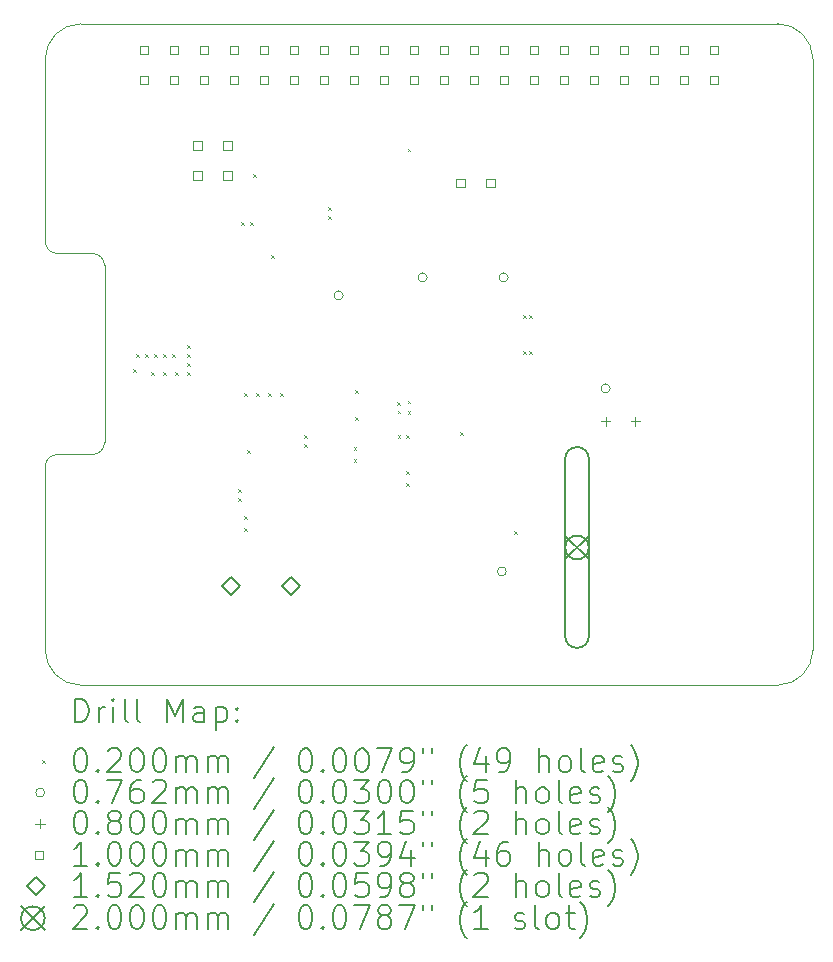
<source format=gbr>
%TF.GenerationSoftware,KiCad,Pcbnew,(6.0.9-0)*%
%TF.CreationDate,2023-03-20T13:15:32-04:00*%
%TF.ProjectId,LM5116-05,4c4d3531-3136-42d3-9035-2e6b69636164,rev?*%
%TF.SameCoordinates,Original*%
%TF.FileFunction,Drillmap*%
%TF.FilePolarity,Positive*%
%FSLAX45Y45*%
G04 Gerber Fmt 4.5, Leading zero omitted, Abs format (unit mm)*
G04 Created by KiCad (PCBNEW (6.0.9-0)) date 2023-03-20 13:15:32*
%MOMM*%
%LPD*%
G01*
G04 APERTURE LIST*
%ADD10C,0.100000*%
%ADD11C,0.200000*%
%ADD12C,0.020000*%
%ADD13C,0.076200*%
%ADD14C,0.080000*%
%ADD15C,0.152000*%
G04 APERTURE END LIST*
D10*
X7854950Y-7924800D02*
X7854636Y-6381761D01*
X7962888Y-8026202D02*
X8255000Y-8026400D01*
X8356600Y-8128000D02*
X8356600Y-9626600D01*
X8255000Y-9728200D02*
X7956550Y-9728200D01*
X7854950Y-9829800D02*
X7854636Y-11381761D01*
X14354635Y-11382285D02*
X14354636Y-6381761D01*
X14054636Y-11681756D02*
G75*
G03*
X14354635Y-11382285I4J299996D01*
G01*
X8154636Y-11681761D02*
X14054636Y-11681761D01*
X8356600Y-8128000D02*
G75*
G03*
X8255000Y-8026400I-101600J0D01*
G01*
X8154636Y-6081756D02*
G75*
G03*
X7854636Y-6381761I4J-300004D01*
G01*
X7956550Y-9728200D02*
G75*
G03*
X7854950Y-9829800I0J-101600D01*
G01*
X7854950Y-7924800D02*
G75*
G03*
X7962929Y-8026199I101600J0D01*
G01*
X14054636Y-6081761D02*
X8154636Y-6081761D01*
X7854639Y-11381761D02*
G75*
G03*
X8154636Y-11681761I300001J1D01*
G01*
X14354639Y-6381761D02*
G75*
G03*
X14054636Y-6081761I-299999J1D01*
G01*
X8255000Y-9728200D02*
G75*
G03*
X8356600Y-9626600I0J101600D01*
G01*
D11*
D12*
X8600600Y-9007000D02*
X8620600Y-9027000D01*
X8620600Y-9007000D02*
X8600600Y-9027000D01*
X8626000Y-8880000D02*
X8646000Y-8900000D01*
X8646000Y-8880000D02*
X8626000Y-8900000D01*
X8702200Y-8880000D02*
X8722200Y-8900000D01*
X8722200Y-8880000D02*
X8702200Y-8900000D01*
X8753000Y-9032400D02*
X8773000Y-9052400D01*
X8773000Y-9032400D02*
X8753000Y-9052400D01*
X8778400Y-8880000D02*
X8798400Y-8900000D01*
X8798400Y-8880000D02*
X8778400Y-8900000D01*
X8854600Y-8880000D02*
X8874600Y-8900000D01*
X8874600Y-8880000D02*
X8854600Y-8900000D01*
X8854600Y-9032400D02*
X8874600Y-9052400D01*
X8874600Y-9032400D02*
X8854600Y-9052400D01*
X8930800Y-8880000D02*
X8950800Y-8900000D01*
X8950800Y-8880000D02*
X8930800Y-8900000D01*
X8956200Y-9032400D02*
X8976200Y-9052400D01*
X8976200Y-9032400D02*
X8956200Y-9052400D01*
X9057800Y-8803800D02*
X9077800Y-8823800D01*
X9077800Y-8803800D02*
X9057800Y-8823800D01*
X9057800Y-8880000D02*
X9077800Y-8900000D01*
X9077800Y-8880000D02*
X9057800Y-8900000D01*
X9057800Y-8956200D02*
X9077800Y-8976200D01*
X9077800Y-8956200D02*
X9057800Y-8976200D01*
X9057800Y-9032400D02*
X9077800Y-9052400D01*
X9077800Y-9032400D02*
X9057800Y-9052400D01*
X9489600Y-10023000D02*
X9509600Y-10043000D01*
X9509600Y-10023000D02*
X9489600Y-10043000D01*
X9489600Y-10099200D02*
X9509600Y-10119200D01*
X9509600Y-10099200D02*
X9489600Y-10119200D01*
X9515000Y-7762400D02*
X9535000Y-7782400D01*
X9535000Y-7762400D02*
X9515000Y-7782400D01*
X9540400Y-9210200D02*
X9560400Y-9230200D01*
X9560400Y-9210200D02*
X9540400Y-9230200D01*
X9540400Y-10251600D02*
X9560400Y-10271600D01*
X9560400Y-10251600D02*
X9540400Y-10271600D01*
X9540400Y-10353200D02*
X9560400Y-10373200D01*
X9560400Y-10353200D02*
X9540400Y-10373200D01*
X9565800Y-9692800D02*
X9585800Y-9712800D01*
X9585800Y-9692800D02*
X9565800Y-9712800D01*
X9591200Y-7762400D02*
X9611200Y-7782400D01*
X9611200Y-7762400D02*
X9591200Y-7782400D01*
X9616600Y-7356000D02*
X9636600Y-7376000D01*
X9636600Y-7356000D02*
X9616600Y-7376000D01*
X9642000Y-9210200D02*
X9662000Y-9230200D01*
X9662000Y-9210200D02*
X9642000Y-9230200D01*
X9743600Y-9210200D02*
X9763600Y-9230200D01*
X9763600Y-9210200D02*
X9743600Y-9230200D01*
X9769000Y-8041800D02*
X9789000Y-8061800D01*
X9789000Y-8041800D02*
X9769000Y-8061800D01*
X9845200Y-9210200D02*
X9865200Y-9230200D01*
X9865200Y-9210200D02*
X9845200Y-9230200D01*
X10048400Y-9565800D02*
X10068400Y-9585800D01*
X10068400Y-9565800D02*
X10048400Y-9585800D01*
X10048400Y-9642000D02*
X10068400Y-9662000D01*
X10068400Y-9642000D02*
X10048400Y-9662000D01*
X10251600Y-7635400D02*
X10271600Y-7655400D01*
X10271600Y-7635400D02*
X10251600Y-7655400D01*
X10251600Y-7711600D02*
X10271600Y-7731600D01*
X10271600Y-7711600D02*
X10251600Y-7731600D01*
X10467900Y-9667400D02*
X10487900Y-9687400D01*
X10487900Y-9667400D02*
X10467900Y-9687400D01*
X10467900Y-9769000D02*
X10487900Y-9789000D01*
X10487900Y-9769000D02*
X10467900Y-9789000D01*
X10480200Y-9184800D02*
X10500200Y-9204800D01*
X10500200Y-9184800D02*
X10480200Y-9204800D01*
X10480200Y-9413400D02*
X10500200Y-9433400D01*
X10500200Y-9413400D02*
X10480200Y-9433400D01*
X10835800Y-9286400D02*
X10855800Y-9306400D01*
X10855800Y-9286400D02*
X10835800Y-9306400D01*
X10842350Y-9356050D02*
X10862350Y-9376050D01*
X10862350Y-9356050D02*
X10842350Y-9376050D01*
X10842350Y-9565800D02*
X10862350Y-9585800D01*
X10862350Y-9565800D02*
X10842350Y-9585800D01*
X10912000Y-9565800D02*
X10932000Y-9585800D01*
X10932000Y-9565800D02*
X10912000Y-9585800D01*
X10912000Y-9870600D02*
X10932000Y-9890600D01*
X10932000Y-9870600D02*
X10912000Y-9890600D01*
X10912000Y-9972200D02*
X10932000Y-9992200D01*
X10932000Y-9972200D02*
X10912000Y-9992200D01*
X10924700Y-7140100D02*
X10944700Y-7160100D01*
X10944700Y-7140100D02*
X10924700Y-7160100D01*
X10925100Y-9274100D02*
X10945100Y-9294100D01*
X10945100Y-9274100D02*
X10925100Y-9294100D01*
X10925100Y-9362600D02*
X10945100Y-9382600D01*
X10945100Y-9362600D02*
X10925100Y-9382600D01*
X11369200Y-9540400D02*
X11389200Y-9560400D01*
X11389200Y-9540400D02*
X11369200Y-9560400D01*
X11826400Y-10378600D02*
X11846400Y-10398600D01*
X11846400Y-10378600D02*
X11826400Y-10398600D01*
X11902600Y-8549800D02*
X11922600Y-8569800D01*
X11922600Y-8549800D02*
X11902600Y-8569800D01*
X11902600Y-8854600D02*
X11922600Y-8874600D01*
X11922600Y-8854600D02*
X11902600Y-8874600D01*
X11953400Y-8549800D02*
X11973400Y-8569800D01*
X11973400Y-8549800D02*
X11953400Y-8569800D01*
X11953400Y-8854600D02*
X11973400Y-8874600D01*
X11973400Y-8854600D02*
X11953400Y-8874600D01*
D13*
X10375900Y-8382000D02*
G75*
G03*
X10375900Y-8382000I-38100J0D01*
G01*
X11087100Y-8229600D02*
G75*
G03*
X11087100Y-8229600I-38100J0D01*
G01*
X11758300Y-10718800D02*
G75*
G03*
X11758300Y-10718800I-38100J0D01*
G01*
X11772900Y-8229600D02*
G75*
G03*
X11772900Y-8229600I-38100J0D01*
G01*
X12636500Y-9169400D02*
G75*
G03*
X12636500Y-9169400I-38100J0D01*
G01*
D14*
X12600400Y-9408800D02*
X12600400Y-9488800D01*
X12560400Y-9448800D02*
X12640400Y-9448800D01*
X12850400Y-9408800D02*
X12850400Y-9488800D01*
X12810400Y-9448800D02*
X12890400Y-9448800D01*
D10*
X8727356Y-6340356D02*
X8727356Y-6269644D01*
X8656644Y-6269644D01*
X8656644Y-6340356D01*
X8727356Y-6340356D01*
X8727356Y-6594356D02*
X8727356Y-6523644D01*
X8656644Y-6523644D01*
X8656644Y-6594356D01*
X8727356Y-6594356D01*
X8981356Y-6340356D02*
X8981356Y-6269644D01*
X8910644Y-6269644D01*
X8910644Y-6340356D01*
X8981356Y-6340356D01*
X8981356Y-6594356D02*
X8981356Y-6523644D01*
X8910644Y-6523644D01*
X8910644Y-6594356D01*
X8981356Y-6594356D01*
X9179356Y-7147356D02*
X9179356Y-7076644D01*
X9108644Y-7076644D01*
X9108644Y-7147356D01*
X9179356Y-7147356D01*
X9179356Y-7401356D02*
X9179356Y-7330644D01*
X9108644Y-7330644D01*
X9108644Y-7401356D01*
X9179356Y-7401356D01*
X9235356Y-6340356D02*
X9235356Y-6269644D01*
X9164644Y-6269644D01*
X9164644Y-6340356D01*
X9235356Y-6340356D01*
X9235356Y-6594356D02*
X9235356Y-6523644D01*
X9164644Y-6523644D01*
X9164644Y-6594356D01*
X9235356Y-6594356D01*
X9433356Y-7147356D02*
X9433356Y-7076644D01*
X9362644Y-7076644D01*
X9362644Y-7147356D01*
X9433356Y-7147356D01*
X9433356Y-7401356D02*
X9433356Y-7330644D01*
X9362644Y-7330644D01*
X9362644Y-7401356D01*
X9433356Y-7401356D01*
X9489356Y-6340356D02*
X9489356Y-6269644D01*
X9418644Y-6269644D01*
X9418644Y-6340356D01*
X9489356Y-6340356D01*
X9489356Y-6594356D02*
X9489356Y-6523644D01*
X9418644Y-6523644D01*
X9418644Y-6594356D01*
X9489356Y-6594356D01*
X9743356Y-6340356D02*
X9743356Y-6269644D01*
X9672644Y-6269644D01*
X9672644Y-6340356D01*
X9743356Y-6340356D01*
X9743356Y-6594356D02*
X9743356Y-6523644D01*
X9672644Y-6523644D01*
X9672644Y-6594356D01*
X9743356Y-6594356D01*
X9997356Y-6340356D02*
X9997356Y-6269644D01*
X9926644Y-6269644D01*
X9926644Y-6340356D01*
X9997356Y-6340356D01*
X9997356Y-6594356D02*
X9997356Y-6523644D01*
X9926644Y-6523644D01*
X9926644Y-6594356D01*
X9997356Y-6594356D01*
X10251356Y-6340356D02*
X10251356Y-6269644D01*
X10180644Y-6269644D01*
X10180644Y-6340356D01*
X10251356Y-6340356D01*
X10251356Y-6594356D02*
X10251356Y-6523644D01*
X10180644Y-6523644D01*
X10180644Y-6594356D01*
X10251356Y-6594356D01*
X10505356Y-6340356D02*
X10505356Y-6269644D01*
X10434644Y-6269644D01*
X10434644Y-6340356D01*
X10505356Y-6340356D01*
X10505356Y-6594356D02*
X10505356Y-6523644D01*
X10434644Y-6523644D01*
X10434644Y-6594356D01*
X10505356Y-6594356D01*
X10759356Y-6340356D02*
X10759356Y-6269644D01*
X10688644Y-6269644D01*
X10688644Y-6340356D01*
X10759356Y-6340356D01*
X10759356Y-6594356D02*
X10759356Y-6523644D01*
X10688644Y-6523644D01*
X10688644Y-6594356D01*
X10759356Y-6594356D01*
X11013356Y-6340356D02*
X11013356Y-6269644D01*
X10942644Y-6269644D01*
X10942644Y-6340356D01*
X11013356Y-6340356D01*
X11013356Y-6594356D02*
X11013356Y-6523644D01*
X10942644Y-6523644D01*
X10942644Y-6594356D01*
X11013356Y-6594356D01*
X11267356Y-6340356D02*
X11267356Y-6269644D01*
X11196644Y-6269644D01*
X11196644Y-6340356D01*
X11267356Y-6340356D01*
X11267356Y-6594356D02*
X11267356Y-6523644D01*
X11196644Y-6523644D01*
X11196644Y-6594356D01*
X11267356Y-6594356D01*
X11405356Y-7464856D02*
X11405356Y-7394144D01*
X11334644Y-7394144D01*
X11334644Y-7464856D01*
X11405356Y-7464856D01*
X11521356Y-6340356D02*
X11521356Y-6269644D01*
X11450644Y-6269644D01*
X11450644Y-6340356D01*
X11521356Y-6340356D01*
X11521356Y-6594356D02*
X11521356Y-6523644D01*
X11450644Y-6523644D01*
X11450644Y-6594356D01*
X11521356Y-6594356D01*
X11659356Y-7464856D02*
X11659356Y-7394144D01*
X11588644Y-7394144D01*
X11588644Y-7464856D01*
X11659356Y-7464856D01*
X11775356Y-6340356D02*
X11775356Y-6269644D01*
X11704644Y-6269644D01*
X11704644Y-6340356D01*
X11775356Y-6340356D01*
X11775356Y-6594356D02*
X11775356Y-6523644D01*
X11704644Y-6523644D01*
X11704644Y-6594356D01*
X11775356Y-6594356D01*
X12029356Y-6340356D02*
X12029356Y-6269644D01*
X11958644Y-6269644D01*
X11958644Y-6340356D01*
X12029356Y-6340356D01*
X12029356Y-6594356D02*
X12029356Y-6523644D01*
X11958644Y-6523644D01*
X11958644Y-6594356D01*
X12029356Y-6594356D01*
X12283356Y-6340356D02*
X12283356Y-6269644D01*
X12212644Y-6269644D01*
X12212644Y-6340356D01*
X12283356Y-6340356D01*
X12283356Y-6594356D02*
X12283356Y-6523644D01*
X12212644Y-6523644D01*
X12212644Y-6594356D01*
X12283356Y-6594356D01*
X12537356Y-6340356D02*
X12537356Y-6269644D01*
X12466644Y-6269644D01*
X12466644Y-6340356D01*
X12537356Y-6340356D01*
X12537356Y-6594356D02*
X12537356Y-6523644D01*
X12466644Y-6523644D01*
X12466644Y-6594356D01*
X12537356Y-6594356D01*
X12791356Y-6340356D02*
X12791356Y-6269644D01*
X12720644Y-6269644D01*
X12720644Y-6340356D01*
X12791356Y-6340356D01*
X12791356Y-6594356D02*
X12791356Y-6523644D01*
X12720644Y-6523644D01*
X12720644Y-6594356D01*
X12791356Y-6594356D01*
X13045356Y-6340356D02*
X13045356Y-6269644D01*
X12974644Y-6269644D01*
X12974644Y-6340356D01*
X13045356Y-6340356D01*
X13045356Y-6594356D02*
X13045356Y-6523644D01*
X12974644Y-6523644D01*
X12974644Y-6594356D01*
X13045356Y-6594356D01*
X13299356Y-6340356D02*
X13299356Y-6269644D01*
X13228644Y-6269644D01*
X13228644Y-6340356D01*
X13299356Y-6340356D01*
X13299356Y-6594356D02*
X13299356Y-6523644D01*
X13228644Y-6523644D01*
X13228644Y-6594356D01*
X13299356Y-6594356D01*
X13553356Y-6340356D02*
X13553356Y-6269644D01*
X13482644Y-6269644D01*
X13482644Y-6340356D01*
X13553356Y-6340356D01*
X13553356Y-6594356D02*
X13553356Y-6523644D01*
X13482644Y-6523644D01*
X13482644Y-6594356D01*
X13553356Y-6594356D01*
D15*
X9423400Y-10921800D02*
X9499400Y-10845800D01*
X9423400Y-10769800D01*
X9347400Y-10845800D01*
X9423400Y-10921800D01*
X9931400Y-10921800D02*
X10007400Y-10845800D01*
X9931400Y-10769800D01*
X9855400Y-10845800D01*
X9931400Y-10921800D01*
D11*
X12257100Y-10415600D02*
X12457100Y-10615600D01*
X12457100Y-10415600D02*
X12257100Y-10615600D01*
X12457100Y-10515600D02*
G75*
G03*
X12457100Y-10515600I-100000J0D01*
G01*
X12257100Y-9765600D02*
X12257100Y-11265600D01*
X12457100Y-9765600D02*
X12457100Y-11265600D01*
X12257100Y-11265600D02*
G75*
G03*
X12457100Y-11265600I100000J0D01*
G01*
X12457100Y-9765600D02*
G75*
G03*
X12257100Y-9765600I-100000J0D01*
G01*
X8107255Y-11997237D02*
X8107255Y-11797237D01*
X8154874Y-11797237D01*
X8183445Y-11806761D01*
X8202493Y-11825809D01*
X8212016Y-11844856D01*
X8221540Y-11882951D01*
X8221540Y-11911523D01*
X8212016Y-11949618D01*
X8202493Y-11968666D01*
X8183445Y-11987713D01*
X8154874Y-11997237D01*
X8107255Y-11997237D01*
X8307255Y-11997237D02*
X8307255Y-11863904D01*
X8307255Y-11901999D02*
X8316778Y-11882951D01*
X8326302Y-11873428D01*
X8345350Y-11863904D01*
X8364397Y-11863904D01*
X8431064Y-11997237D02*
X8431064Y-11863904D01*
X8431064Y-11797237D02*
X8421540Y-11806761D01*
X8431064Y-11816285D01*
X8440588Y-11806761D01*
X8431064Y-11797237D01*
X8431064Y-11816285D01*
X8554874Y-11997237D02*
X8535826Y-11987713D01*
X8526302Y-11968666D01*
X8526302Y-11797237D01*
X8659636Y-11997237D02*
X8640588Y-11987713D01*
X8631064Y-11968666D01*
X8631064Y-11797237D01*
X8888207Y-11997237D02*
X8888207Y-11797237D01*
X8954874Y-11940094D01*
X9021540Y-11797237D01*
X9021540Y-11997237D01*
X9202493Y-11997237D02*
X9202493Y-11892475D01*
X9192969Y-11873428D01*
X9173921Y-11863904D01*
X9135826Y-11863904D01*
X9116778Y-11873428D01*
X9202493Y-11987713D02*
X9183445Y-11997237D01*
X9135826Y-11997237D01*
X9116778Y-11987713D01*
X9107255Y-11968666D01*
X9107255Y-11949618D01*
X9116778Y-11930571D01*
X9135826Y-11921047D01*
X9183445Y-11921047D01*
X9202493Y-11911523D01*
X9297731Y-11863904D02*
X9297731Y-12063904D01*
X9297731Y-11873428D02*
X9316778Y-11863904D01*
X9354874Y-11863904D01*
X9373921Y-11873428D01*
X9383445Y-11882951D01*
X9392969Y-11901999D01*
X9392969Y-11959142D01*
X9383445Y-11978190D01*
X9373921Y-11987713D01*
X9354874Y-11997237D01*
X9316778Y-11997237D01*
X9297731Y-11987713D01*
X9478683Y-11978190D02*
X9488207Y-11987713D01*
X9478683Y-11997237D01*
X9469159Y-11987713D01*
X9478683Y-11978190D01*
X9478683Y-11997237D01*
X9478683Y-11873428D02*
X9488207Y-11882951D01*
X9478683Y-11892475D01*
X9469159Y-11882951D01*
X9478683Y-11873428D01*
X9478683Y-11892475D01*
D12*
X7829636Y-12316761D02*
X7849636Y-12336761D01*
X7849636Y-12316761D02*
X7829636Y-12336761D01*
D11*
X8145350Y-12217237D02*
X8164397Y-12217237D01*
X8183445Y-12226761D01*
X8192969Y-12236285D01*
X8202493Y-12255332D01*
X8212016Y-12293428D01*
X8212016Y-12341047D01*
X8202493Y-12379142D01*
X8192969Y-12398190D01*
X8183445Y-12407713D01*
X8164397Y-12417237D01*
X8145350Y-12417237D01*
X8126302Y-12407713D01*
X8116778Y-12398190D01*
X8107255Y-12379142D01*
X8097731Y-12341047D01*
X8097731Y-12293428D01*
X8107255Y-12255332D01*
X8116778Y-12236285D01*
X8126302Y-12226761D01*
X8145350Y-12217237D01*
X8297731Y-12398190D02*
X8307255Y-12407713D01*
X8297731Y-12417237D01*
X8288207Y-12407713D01*
X8297731Y-12398190D01*
X8297731Y-12417237D01*
X8383445Y-12236285D02*
X8392969Y-12226761D01*
X8412017Y-12217237D01*
X8459636Y-12217237D01*
X8478683Y-12226761D01*
X8488207Y-12236285D01*
X8497731Y-12255332D01*
X8497731Y-12274380D01*
X8488207Y-12302951D01*
X8373921Y-12417237D01*
X8497731Y-12417237D01*
X8621540Y-12217237D02*
X8640588Y-12217237D01*
X8659636Y-12226761D01*
X8669159Y-12236285D01*
X8678683Y-12255332D01*
X8688207Y-12293428D01*
X8688207Y-12341047D01*
X8678683Y-12379142D01*
X8669159Y-12398190D01*
X8659636Y-12407713D01*
X8640588Y-12417237D01*
X8621540Y-12417237D01*
X8602493Y-12407713D01*
X8592969Y-12398190D01*
X8583445Y-12379142D01*
X8573921Y-12341047D01*
X8573921Y-12293428D01*
X8583445Y-12255332D01*
X8592969Y-12236285D01*
X8602493Y-12226761D01*
X8621540Y-12217237D01*
X8812017Y-12217237D02*
X8831064Y-12217237D01*
X8850112Y-12226761D01*
X8859636Y-12236285D01*
X8869159Y-12255332D01*
X8878683Y-12293428D01*
X8878683Y-12341047D01*
X8869159Y-12379142D01*
X8859636Y-12398190D01*
X8850112Y-12407713D01*
X8831064Y-12417237D01*
X8812017Y-12417237D01*
X8792969Y-12407713D01*
X8783445Y-12398190D01*
X8773921Y-12379142D01*
X8764398Y-12341047D01*
X8764398Y-12293428D01*
X8773921Y-12255332D01*
X8783445Y-12236285D01*
X8792969Y-12226761D01*
X8812017Y-12217237D01*
X8964398Y-12417237D02*
X8964398Y-12283904D01*
X8964398Y-12302951D02*
X8973921Y-12293428D01*
X8992969Y-12283904D01*
X9021540Y-12283904D01*
X9040588Y-12293428D01*
X9050112Y-12312475D01*
X9050112Y-12417237D01*
X9050112Y-12312475D02*
X9059636Y-12293428D01*
X9078683Y-12283904D01*
X9107255Y-12283904D01*
X9126302Y-12293428D01*
X9135826Y-12312475D01*
X9135826Y-12417237D01*
X9231064Y-12417237D02*
X9231064Y-12283904D01*
X9231064Y-12302951D02*
X9240588Y-12293428D01*
X9259636Y-12283904D01*
X9288207Y-12283904D01*
X9307255Y-12293428D01*
X9316778Y-12312475D01*
X9316778Y-12417237D01*
X9316778Y-12312475D02*
X9326302Y-12293428D01*
X9345350Y-12283904D01*
X9373921Y-12283904D01*
X9392969Y-12293428D01*
X9402493Y-12312475D01*
X9402493Y-12417237D01*
X9792969Y-12207713D02*
X9621540Y-12464856D01*
X10050112Y-12217237D02*
X10069159Y-12217237D01*
X10088207Y-12226761D01*
X10097731Y-12236285D01*
X10107255Y-12255332D01*
X10116778Y-12293428D01*
X10116778Y-12341047D01*
X10107255Y-12379142D01*
X10097731Y-12398190D01*
X10088207Y-12407713D01*
X10069159Y-12417237D01*
X10050112Y-12417237D01*
X10031064Y-12407713D01*
X10021540Y-12398190D01*
X10012017Y-12379142D01*
X10002493Y-12341047D01*
X10002493Y-12293428D01*
X10012017Y-12255332D01*
X10021540Y-12236285D01*
X10031064Y-12226761D01*
X10050112Y-12217237D01*
X10202493Y-12398190D02*
X10212017Y-12407713D01*
X10202493Y-12417237D01*
X10192969Y-12407713D01*
X10202493Y-12398190D01*
X10202493Y-12417237D01*
X10335826Y-12217237D02*
X10354874Y-12217237D01*
X10373921Y-12226761D01*
X10383445Y-12236285D01*
X10392969Y-12255332D01*
X10402493Y-12293428D01*
X10402493Y-12341047D01*
X10392969Y-12379142D01*
X10383445Y-12398190D01*
X10373921Y-12407713D01*
X10354874Y-12417237D01*
X10335826Y-12417237D01*
X10316778Y-12407713D01*
X10307255Y-12398190D01*
X10297731Y-12379142D01*
X10288207Y-12341047D01*
X10288207Y-12293428D01*
X10297731Y-12255332D01*
X10307255Y-12236285D01*
X10316778Y-12226761D01*
X10335826Y-12217237D01*
X10526302Y-12217237D02*
X10545350Y-12217237D01*
X10564398Y-12226761D01*
X10573921Y-12236285D01*
X10583445Y-12255332D01*
X10592969Y-12293428D01*
X10592969Y-12341047D01*
X10583445Y-12379142D01*
X10573921Y-12398190D01*
X10564398Y-12407713D01*
X10545350Y-12417237D01*
X10526302Y-12417237D01*
X10507255Y-12407713D01*
X10497731Y-12398190D01*
X10488207Y-12379142D01*
X10478683Y-12341047D01*
X10478683Y-12293428D01*
X10488207Y-12255332D01*
X10497731Y-12236285D01*
X10507255Y-12226761D01*
X10526302Y-12217237D01*
X10659636Y-12217237D02*
X10792969Y-12217237D01*
X10707255Y-12417237D01*
X10878683Y-12417237D02*
X10916778Y-12417237D01*
X10935826Y-12407713D01*
X10945350Y-12398190D01*
X10964398Y-12369618D01*
X10973921Y-12331523D01*
X10973921Y-12255332D01*
X10964398Y-12236285D01*
X10954874Y-12226761D01*
X10935826Y-12217237D01*
X10897731Y-12217237D01*
X10878683Y-12226761D01*
X10869159Y-12236285D01*
X10859636Y-12255332D01*
X10859636Y-12302951D01*
X10869159Y-12321999D01*
X10878683Y-12331523D01*
X10897731Y-12341047D01*
X10935826Y-12341047D01*
X10954874Y-12331523D01*
X10964398Y-12321999D01*
X10973921Y-12302951D01*
X11050112Y-12217237D02*
X11050112Y-12255332D01*
X11126302Y-12217237D02*
X11126302Y-12255332D01*
X11421540Y-12493428D02*
X11412016Y-12483904D01*
X11392969Y-12455332D01*
X11383445Y-12436285D01*
X11373921Y-12407713D01*
X11364397Y-12360094D01*
X11364397Y-12321999D01*
X11373921Y-12274380D01*
X11383445Y-12245809D01*
X11392969Y-12226761D01*
X11412016Y-12198190D01*
X11421540Y-12188666D01*
X11583445Y-12283904D02*
X11583445Y-12417237D01*
X11535826Y-12207713D02*
X11488207Y-12350571D01*
X11612016Y-12350571D01*
X11697731Y-12417237D02*
X11735826Y-12417237D01*
X11754874Y-12407713D01*
X11764397Y-12398190D01*
X11783445Y-12369618D01*
X11792969Y-12331523D01*
X11792969Y-12255332D01*
X11783445Y-12236285D01*
X11773921Y-12226761D01*
X11754874Y-12217237D01*
X11716778Y-12217237D01*
X11697731Y-12226761D01*
X11688207Y-12236285D01*
X11678683Y-12255332D01*
X11678683Y-12302951D01*
X11688207Y-12321999D01*
X11697731Y-12331523D01*
X11716778Y-12341047D01*
X11754874Y-12341047D01*
X11773921Y-12331523D01*
X11783445Y-12321999D01*
X11792969Y-12302951D01*
X12031064Y-12417237D02*
X12031064Y-12217237D01*
X12116778Y-12417237D02*
X12116778Y-12312475D01*
X12107255Y-12293428D01*
X12088207Y-12283904D01*
X12059635Y-12283904D01*
X12040588Y-12293428D01*
X12031064Y-12302951D01*
X12240588Y-12417237D02*
X12221540Y-12407713D01*
X12212016Y-12398190D01*
X12202493Y-12379142D01*
X12202493Y-12321999D01*
X12212016Y-12302951D01*
X12221540Y-12293428D01*
X12240588Y-12283904D01*
X12269159Y-12283904D01*
X12288207Y-12293428D01*
X12297731Y-12302951D01*
X12307255Y-12321999D01*
X12307255Y-12379142D01*
X12297731Y-12398190D01*
X12288207Y-12407713D01*
X12269159Y-12417237D01*
X12240588Y-12417237D01*
X12421540Y-12417237D02*
X12402493Y-12407713D01*
X12392969Y-12388666D01*
X12392969Y-12217237D01*
X12573921Y-12407713D02*
X12554874Y-12417237D01*
X12516778Y-12417237D01*
X12497731Y-12407713D01*
X12488207Y-12388666D01*
X12488207Y-12312475D01*
X12497731Y-12293428D01*
X12516778Y-12283904D01*
X12554874Y-12283904D01*
X12573921Y-12293428D01*
X12583445Y-12312475D01*
X12583445Y-12331523D01*
X12488207Y-12350571D01*
X12659635Y-12407713D02*
X12678683Y-12417237D01*
X12716778Y-12417237D01*
X12735826Y-12407713D01*
X12745350Y-12388666D01*
X12745350Y-12379142D01*
X12735826Y-12360094D01*
X12716778Y-12350571D01*
X12688207Y-12350571D01*
X12669159Y-12341047D01*
X12659635Y-12321999D01*
X12659635Y-12312475D01*
X12669159Y-12293428D01*
X12688207Y-12283904D01*
X12716778Y-12283904D01*
X12735826Y-12293428D01*
X12812016Y-12493428D02*
X12821540Y-12483904D01*
X12840588Y-12455332D01*
X12850112Y-12436285D01*
X12859635Y-12407713D01*
X12869159Y-12360094D01*
X12869159Y-12321999D01*
X12859635Y-12274380D01*
X12850112Y-12245809D01*
X12840588Y-12226761D01*
X12821540Y-12198190D01*
X12812016Y-12188666D01*
D13*
X7849636Y-12590761D02*
G75*
G03*
X7849636Y-12590761I-38100J0D01*
G01*
D11*
X8145350Y-12481237D02*
X8164397Y-12481237D01*
X8183445Y-12490761D01*
X8192969Y-12500285D01*
X8202493Y-12519332D01*
X8212016Y-12557428D01*
X8212016Y-12605047D01*
X8202493Y-12643142D01*
X8192969Y-12662190D01*
X8183445Y-12671713D01*
X8164397Y-12681237D01*
X8145350Y-12681237D01*
X8126302Y-12671713D01*
X8116778Y-12662190D01*
X8107255Y-12643142D01*
X8097731Y-12605047D01*
X8097731Y-12557428D01*
X8107255Y-12519332D01*
X8116778Y-12500285D01*
X8126302Y-12490761D01*
X8145350Y-12481237D01*
X8297731Y-12662190D02*
X8307255Y-12671713D01*
X8297731Y-12681237D01*
X8288207Y-12671713D01*
X8297731Y-12662190D01*
X8297731Y-12681237D01*
X8373921Y-12481237D02*
X8507255Y-12481237D01*
X8421540Y-12681237D01*
X8669159Y-12481237D02*
X8631064Y-12481237D01*
X8612017Y-12490761D01*
X8602493Y-12500285D01*
X8583445Y-12528856D01*
X8573921Y-12566951D01*
X8573921Y-12643142D01*
X8583445Y-12662190D01*
X8592969Y-12671713D01*
X8612017Y-12681237D01*
X8650112Y-12681237D01*
X8669159Y-12671713D01*
X8678683Y-12662190D01*
X8688207Y-12643142D01*
X8688207Y-12595523D01*
X8678683Y-12576475D01*
X8669159Y-12566951D01*
X8650112Y-12557428D01*
X8612017Y-12557428D01*
X8592969Y-12566951D01*
X8583445Y-12576475D01*
X8573921Y-12595523D01*
X8764398Y-12500285D02*
X8773921Y-12490761D01*
X8792969Y-12481237D01*
X8840588Y-12481237D01*
X8859636Y-12490761D01*
X8869159Y-12500285D01*
X8878683Y-12519332D01*
X8878683Y-12538380D01*
X8869159Y-12566951D01*
X8754874Y-12681237D01*
X8878683Y-12681237D01*
X8964398Y-12681237D02*
X8964398Y-12547904D01*
X8964398Y-12566951D02*
X8973921Y-12557428D01*
X8992969Y-12547904D01*
X9021540Y-12547904D01*
X9040588Y-12557428D01*
X9050112Y-12576475D01*
X9050112Y-12681237D01*
X9050112Y-12576475D02*
X9059636Y-12557428D01*
X9078683Y-12547904D01*
X9107255Y-12547904D01*
X9126302Y-12557428D01*
X9135826Y-12576475D01*
X9135826Y-12681237D01*
X9231064Y-12681237D02*
X9231064Y-12547904D01*
X9231064Y-12566951D02*
X9240588Y-12557428D01*
X9259636Y-12547904D01*
X9288207Y-12547904D01*
X9307255Y-12557428D01*
X9316778Y-12576475D01*
X9316778Y-12681237D01*
X9316778Y-12576475D02*
X9326302Y-12557428D01*
X9345350Y-12547904D01*
X9373921Y-12547904D01*
X9392969Y-12557428D01*
X9402493Y-12576475D01*
X9402493Y-12681237D01*
X9792969Y-12471713D02*
X9621540Y-12728856D01*
X10050112Y-12481237D02*
X10069159Y-12481237D01*
X10088207Y-12490761D01*
X10097731Y-12500285D01*
X10107255Y-12519332D01*
X10116778Y-12557428D01*
X10116778Y-12605047D01*
X10107255Y-12643142D01*
X10097731Y-12662190D01*
X10088207Y-12671713D01*
X10069159Y-12681237D01*
X10050112Y-12681237D01*
X10031064Y-12671713D01*
X10021540Y-12662190D01*
X10012017Y-12643142D01*
X10002493Y-12605047D01*
X10002493Y-12557428D01*
X10012017Y-12519332D01*
X10021540Y-12500285D01*
X10031064Y-12490761D01*
X10050112Y-12481237D01*
X10202493Y-12662190D02*
X10212017Y-12671713D01*
X10202493Y-12681237D01*
X10192969Y-12671713D01*
X10202493Y-12662190D01*
X10202493Y-12681237D01*
X10335826Y-12481237D02*
X10354874Y-12481237D01*
X10373921Y-12490761D01*
X10383445Y-12500285D01*
X10392969Y-12519332D01*
X10402493Y-12557428D01*
X10402493Y-12605047D01*
X10392969Y-12643142D01*
X10383445Y-12662190D01*
X10373921Y-12671713D01*
X10354874Y-12681237D01*
X10335826Y-12681237D01*
X10316778Y-12671713D01*
X10307255Y-12662190D01*
X10297731Y-12643142D01*
X10288207Y-12605047D01*
X10288207Y-12557428D01*
X10297731Y-12519332D01*
X10307255Y-12500285D01*
X10316778Y-12490761D01*
X10335826Y-12481237D01*
X10469159Y-12481237D02*
X10592969Y-12481237D01*
X10526302Y-12557428D01*
X10554874Y-12557428D01*
X10573921Y-12566951D01*
X10583445Y-12576475D01*
X10592969Y-12595523D01*
X10592969Y-12643142D01*
X10583445Y-12662190D01*
X10573921Y-12671713D01*
X10554874Y-12681237D01*
X10497731Y-12681237D01*
X10478683Y-12671713D01*
X10469159Y-12662190D01*
X10716778Y-12481237D02*
X10735826Y-12481237D01*
X10754874Y-12490761D01*
X10764398Y-12500285D01*
X10773921Y-12519332D01*
X10783445Y-12557428D01*
X10783445Y-12605047D01*
X10773921Y-12643142D01*
X10764398Y-12662190D01*
X10754874Y-12671713D01*
X10735826Y-12681237D01*
X10716778Y-12681237D01*
X10697731Y-12671713D01*
X10688207Y-12662190D01*
X10678683Y-12643142D01*
X10669159Y-12605047D01*
X10669159Y-12557428D01*
X10678683Y-12519332D01*
X10688207Y-12500285D01*
X10697731Y-12490761D01*
X10716778Y-12481237D01*
X10907255Y-12481237D02*
X10926302Y-12481237D01*
X10945350Y-12490761D01*
X10954874Y-12500285D01*
X10964398Y-12519332D01*
X10973921Y-12557428D01*
X10973921Y-12605047D01*
X10964398Y-12643142D01*
X10954874Y-12662190D01*
X10945350Y-12671713D01*
X10926302Y-12681237D01*
X10907255Y-12681237D01*
X10888207Y-12671713D01*
X10878683Y-12662190D01*
X10869159Y-12643142D01*
X10859636Y-12605047D01*
X10859636Y-12557428D01*
X10869159Y-12519332D01*
X10878683Y-12500285D01*
X10888207Y-12490761D01*
X10907255Y-12481237D01*
X11050112Y-12481237D02*
X11050112Y-12519332D01*
X11126302Y-12481237D02*
X11126302Y-12519332D01*
X11421540Y-12757428D02*
X11412016Y-12747904D01*
X11392969Y-12719332D01*
X11383445Y-12700285D01*
X11373921Y-12671713D01*
X11364397Y-12624094D01*
X11364397Y-12585999D01*
X11373921Y-12538380D01*
X11383445Y-12509809D01*
X11392969Y-12490761D01*
X11412016Y-12462190D01*
X11421540Y-12452666D01*
X11592969Y-12481237D02*
X11497731Y-12481237D01*
X11488207Y-12576475D01*
X11497731Y-12566951D01*
X11516778Y-12557428D01*
X11564397Y-12557428D01*
X11583445Y-12566951D01*
X11592969Y-12576475D01*
X11602493Y-12595523D01*
X11602493Y-12643142D01*
X11592969Y-12662190D01*
X11583445Y-12671713D01*
X11564397Y-12681237D01*
X11516778Y-12681237D01*
X11497731Y-12671713D01*
X11488207Y-12662190D01*
X11840588Y-12681237D02*
X11840588Y-12481237D01*
X11926302Y-12681237D02*
X11926302Y-12576475D01*
X11916778Y-12557428D01*
X11897731Y-12547904D01*
X11869159Y-12547904D01*
X11850112Y-12557428D01*
X11840588Y-12566951D01*
X12050112Y-12681237D02*
X12031064Y-12671713D01*
X12021540Y-12662190D01*
X12012016Y-12643142D01*
X12012016Y-12585999D01*
X12021540Y-12566951D01*
X12031064Y-12557428D01*
X12050112Y-12547904D01*
X12078683Y-12547904D01*
X12097731Y-12557428D01*
X12107255Y-12566951D01*
X12116778Y-12585999D01*
X12116778Y-12643142D01*
X12107255Y-12662190D01*
X12097731Y-12671713D01*
X12078683Y-12681237D01*
X12050112Y-12681237D01*
X12231064Y-12681237D02*
X12212016Y-12671713D01*
X12202493Y-12652666D01*
X12202493Y-12481237D01*
X12383445Y-12671713D02*
X12364397Y-12681237D01*
X12326302Y-12681237D01*
X12307255Y-12671713D01*
X12297731Y-12652666D01*
X12297731Y-12576475D01*
X12307255Y-12557428D01*
X12326302Y-12547904D01*
X12364397Y-12547904D01*
X12383445Y-12557428D01*
X12392969Y-12576475D01*
X12392969Y-12595523D01*
X12297731Y-12614571D01*
X12469159Y-12671713D02*
X12488207Y-12681237D01*
X12526302Y-12681237D01*
X12545350Y-12671713D01*
X12554874Y-12652666D01*
X12554874Y-12643142D01*
X12545350Y-12624094D01*
X12526302Y-12614571D01*
X12497731Y-12614571D01*
X12478683Y-12605047D01*
X12469159Y-12585999D01*
X12469159Y-12576475D01*
X12478683Y-12557428D01*
X12497731Y-12547904D01*
X12526302Y-12547904D01*
X12545350Y-12557428D01*
X12621540Y-12757428D02*
X12631064Y-12747904D01*
X12650112Y-12719332D01*
X12659635Y-12700285D01*
X12669159Y-12671713D01*
X12678683Y-12624094D01*
X12678683Y-12585999D01*
X12669159Y-12538380D01*
X12659635Y-12509809D01*
X12650112Y-12490761D01*
X12631064Y-12462190D01*
X12621540Y-12452666D01*
D14*
X7809636Y-12814761D02*
X7809636Y-12894761D01*
X7769636Y-12854761D02*
X7849636Y-12854761D01*
D11*
X8145350Y-12745237D02*
X8164397Y-12745237D01*
X8183445Y-12754761D01*
X8192969Y-12764285D01*
X8202493Y-12783332D01*
X8212016Y-12821428D01*
X8212016Y-12869047D01*
X8202493Y-12907142D01*
X8192969Y-12926190D01*
X8183445Y-12935713D01*
X8164397Y-12945237D01*
X8145350Y-12945237D01*
X8126302Y-12935713D01*
X8116778Y-12926190D01*
X8107255Y-12907142D01*
X8097731Y-12869047D01*
X8097731Y-12821428D01*
X8107255Y-12783332D01*
X8116778Y-12764285D01*
X8126302Y-12754761D01*
X8145350Y-12745237D01*
X8297731Y-12926190D02*
X8307255Y-12935713D01*
X8297731Y-12945237D01*
X8288207Y-12935713D01*
X8297731Y-12926190D01*
X8297731Y-12945237D01*
X8421540Y-12830951D02*
X8402493Y-12821428D01*
X8392969Y-12811904D01*
X8383445Y-12792856D01*
X8383445Y-12783332D01*
X8392969Y-12764285D01*
X8402493Y-12754761D01*
X8421540Y-12745237D01*
X8459636Y-12745237D01*
X8478683Y-12754761D01*
X8488207Y-12764285D01*
X8497731Y-12783332D01*
X8497731Y-12792856D01*
X8488207Y-12811904D01*
X8478683Y-12821428D01*
X8459636Y-12830951D01*
X8421540Y-12830951D01*
X8402493Y-12840475D01*
X8392969Y-12849999D01*
X8383445Y-12869047D01*
X8383445Y-12907142D01*
X8392969Y-12926190D01*
X8402493Y-12935713D01*
X8421540Y-12945237D01*
X8459636Y-12945237D01*
X8478683Y-12935713D01*
X8488207Y-12926190D01*
X8497731Y-12907142D01*
X8497731Y-12869047D01*
X8488207Y-12849999D01*
X8478683Y-12840475D01*
X8459636Y-12830951D01*
X8621540Y-12745237D02*
X8640588Y-12745237D01*
X8659636Y-12754761D01*
X8669159Y-12764285D01*
X8678683Y-12783332D01*
X8688207Y-12821428D01*
X8688207Y-12869047D01*
X8678683Y-12907142D01*
X8669159Y-12926190D01*
X8659636Y-12935713D01*
X8640588Y-12945237D01*
X8621540Y-12945237D01*
X8602493Y-12935713D01*
X8592969Y-12926190D01*
X8583445Y-12907142D01*
X8573921Y-12869047D01*
X8573921Y-12821428D01*
X8583445Y-12783332D01*
X8592969Y-12764285D01*
X8602493Y-12754761D01*
X8621540Y-12745237D01*
X8812017Y-12745237D02*
X8831064Y-12745237D01*
X8850112Y-12754761D01*
X8859636Y-12764285D01*
X8869159Y-12783332D01*
X8878683Y-12821428D01*
X8878683Y-12869047D01*
X8869159Y-12907142D01*
X8859636Y-12926190D01*
X8850112Y-12935713D01*
X8831064Y-12945237D01*
X8812017Y-12945237D01*
X8792969Y-12935713D01*
X8783445Y-12926190D01*
X8773921Y-12907142D01*
X8764398Y-12869047D01*
X8764398Y-12821428D01*
X8773921Y-12783332D01*
X8783445Y-12764285D01*
X8792969Y-12754761D01*
X8812017Y-12745237D01*
X8964398Y-12945237D02*
X8964398Y-12811904D01*
X8964398Y-12830951D02*
X8973921Y-12821428D01*
X8992969Y-12811904D01*
X9021540Y-12811904D01*
X9040588Y-12821428D01*
X9050112Y-12840475D01*
X9050112Y-12945237D01*
X9050112Y-12840475D02*
X9059636Y-12821428D01*
X9078683Y-12811904D01*
X9107255Y-12811904D01*
X9126302Y-12821428D01*
X9135826Y-12840475D01*
X9135826Y-12945237D01*
X9231064Y-12945237D02*
X9231064Y-12811904D01*
X9231064Y-12830951D02*
X9240588Y-12821428D01*
X9259636Y-12811904D01*
X9288207Y-12811904D01*
X9307255Y-12821428D01*
X9316778Y-12840475D01*
X9316778Y-12945237D01*
X9316778Y-12840475D02*
X9326302Y-12821428D01*
X9345350Y-12811904D01*
X9373921Y-12811904D01*
X9392969Y-12821428D01*
X9402493Y-12840475D01*
X9402493Y-12945237D01*
X9792969Y-12735713D02*
X9621540Y-12992856D01*
X10050112Y-12745237D02*
X10069159Y-12745237D01*
X10088207Y-12754761D01*
X10097731Y-12764285D01*
X10107255Y-12783332D01*
X10116778Y-12821428D01*
X10116778Y-12869047D01*
X10107255Y-12907142D01*
X10097731Y-12926190D01*
X10088207Y-12935713D01*
X10069159Y-12945237D01*
X10050112Y-12945237D01*
X10031064Y-12935713D01*
X10021540Y-12926190D01*
X10012017Y-12907142D01*
X10002493Y-12869047D01*
X10002493Y-12821428D01*
X10012017Y-12783332D01*
X10021540Y-12764285D01*
X10031064Y-12754761D01*
X10050112Y-12745237D01*
X10202493Y-12926190D02*
X10212017Y-12935713D01*
X10202493Y-12945237D01*
X10192969Y-12935713D01*
X10202493Y-12926190D01*
X10202493Y-12945237D01*
X10335826Y-12745237D02*
X10354874Y-12745237D01*
X10373921Y-12754761D01*
X10383445Y-12764285D01*
X10392969Y-12783332D01*
X10402493Y-12821428D01*
X10402493Y-12869047D01*
X10392969Y-12907142D01*
X10383445Y-12926190D01*
X10373921Y-12935713D01*
X10354874Y-12945237D01*
X10335826Y-12945237D01*
X10316778Y-12935713D01*
X10307255Y-12926190D01*
X10297731Y-12907142D01*
X10288207Y-12869047D01*
X10288207Y-12821428D01*
X10297731Y-12783332D01*
X10307255Y-12764285D01*
X10316778Y-12754761D01*
X10335826Y-12745237D01*
X10469159Y-12745237D02*
X10592969Y-12745237D01*
X10526302Y-12821428D01*
X10554874Y-12821428D01*
X10573921Y-12830951D01*
X10583445Y-12840475D01*
X10592969Y-12859523D01*
X10592969Y-12907142D01*
X10583445Y-12926190D01*
X10573921Y-12935713D01*
X10554874Y-12945237D01*
X10497731Y-12945237D01*
X10478683Y-12935713D01*
X10469159Y-12926190D01*
X10783445Y-12945237D02*
X10669159Y-12945237D01*
X10726302Y-12945237D02*
X10726302Y-12745237D01*
X10707255Y-12773809D01*
X10688207Y-12792856D01*
X10669159Y-12802380D01*
X10964398Y-12745237D02*
X10869159Y-12745237D01*
X10859636Y-12840475D01*
X10869159Y-12830951D01*
X10888207Y-12821428D01*
X10935826Y-12821428D01*
X10954874Y-12830951D01*
X10964398Y-12840475D01*
X10973921Y-12859523D01*
X10973921Y-12907142D01*
X10964398Y-12926190D01*
X10954874Y-12935713D01*
X10935826Y-12945237D01*
X10888207Y-12945237D01*
X10869159Y-12935713D01*
X10859636Y-12926190D01*
X11050112Y-12745237D02*
X11050112Y-12783332D01*
X11126302Y-12745237D02*
X11126302Y-12783332D01*
X11421540Y-13021428D02*
X11412016Y-13011904D01*
X11392969Y-12983332D01*
X11383445Y-12964285D01*
X11373921Y-12935713D01*
X11364397Y-12888094D01*
X11364397Y-12849999D01*
X11373921Y-12802380D01*
X11383445Y-12773809D01*
X11392969Y-12754761D01*
X11412016Y-12726190D01*
X11421540Y-12716666D01*
X11488207Y-12764285D02*
X11497731Y-12754761D01*
X11516778Y-12745237D01*
X11564397Y-12745237D01*
X11583445Y-12754761D01*
X11592969Y-12764285D01*
X11602493Y-12783332D01*
X11602493Y-12802380D01*
X11592969Y-12830951D01*
X11478683Y-12945237D01*
X11602493Y-12945237D01*
X11840588Y-12945237D02*
X11840588Y-12745237D01*
X11926302Y-12945237D02*
X11926302Y-12840475D01*
X11916778Y-12821428D01*
X11897731Y-12811904D01*
X11869159Y-12811904D01*
X11850112Y-12821428D01*
X11840588Y-12830951D01*
X12050112Y-12945237D02*
X12031064Y-12935713D01*
X12021540Y-12926190D01*
X12012016Y-12907142D01*
X12012016Y-12849999D01*
X12021540Y-12830951D01*
X12031064Y-12821428D01*
X12050112Y-12811904D01*
X12078683Y-12811904D01*
X12097731Y-12821428D01*
X12107255Y-12830951D01*
X12116778Y-12849999D01*
X12116778Y-12907142D01*
X12107255Y-12926190D01*
X12097731Y-12935713D01*
X12078683Y-12945237D01*
X12050112Y-12945237D01*
X12231064Y-12945237D02*
X12212016Y-12935713D01*
X12202493Y-12916666D01*
X12202493Y-12745237D01*
X12383445Y-12935713D02*
X12364397Y-12945237D01*
X12326302Y-12945237D01*
X12307255Y-12935713D01*
X12297731Y-12916666D01*
X12297731Y-12840475D01*
X12307255Y-12821428D01*
X12326302Y-12811904D01*
X12364397Y-12811904D01*
X12383445Y-12821428D01*
X12392969Y-12840475D01*
X12392969Y-12859523D01*
X12297731Y-12878571D01*
X12469159Y-12935713D02*
X12488207Y-12945237D01*
X12526302Y-12945237D01*
X12545350Y-12935713D01*
X12554874Y-12916666D01*
X12554874Y-12907142D01*
X12545350Y-12888094D01*
X12526302Y-12878571D01*
X12497731Y-12878571D01*
X12478683Y-12869047D01*
X12469159Y-12849999D01*
X12469159Y-12840475D01*
X12478683Y-12821428D01*
X12497731Y-12811904D01*
X12526302Y-12811904D01*
X12545350Y-12821428D01*
X12621540Y-13021428D02*
X12631064Y-13011904D01*
X12650112Y-12983332D01*
X12659635Y-12964285D01*
X12669159Y-12935713D01*
X12678683Y-12888094D01*
X12678683Y-12849999D01*
X12669159Y-12802380D01*
X12659635Y-12773809D01*
X12650112Y-12754761D01*
X12631064Y-12726190D01*
X12621540Y-12716666D01*
D10*
X7834991Y-13154117D02*
X7834991Y-13083405D01*
X7764280Y-13083405D01*
X7764280Y-13154117D01*
X7834991Y-13154117D01*
D11*
X8212016Y-13209237D02*
X8097731Y-13209237D01*
X8154874Y-13209237D02*
X8154874Y-13009237D01*
X8135826Y-13037809D01*
X8116778Y-13056856D01*
X8097731Y-13066380D01*
X8297731Y-13190190D02*
X8307255Y-13199713D01*
X8297731Y-13209237D01*
X8288207Y-13199713D01*
X8297731Y-13190190D01*
X8297731Y-13209237D01*
X8431064Y-13009237D02*
X8450112Y-13009237D01*
X8469159Y-13018761D01*
X8478683Y-13028285D01*
X8488207Y-13047332D01*
X8497731Y-13085428D01*
X8497731Y-13133047D01*
X8488207Y-13171142D01*
X8478683Y-13190190D01*
X8469159Y-13199713D01*
X8450112Y-13209237D01*
X8431064Y-13209237D01*
X8412017Y-13199713D01*
X8402493Y-13190190D01*
X8392969Y-13171142D01*
X8383445Y-13133047D01*
X8383445Y-13085428D01*
X8392969Y-13047332D01*
X8402493Y-13028285D01*
X8412017Y-13018761D01*
X8431064Y-13009237D01*
X8621540Y-13009237D02*
X8640588Y-13009237D01*
X8659636Y-13018761D01*
X8669159Y-13028285D01*
X8678683Y-13047332D01*
X8688207Y-13085428D01*
X8688207Y-13133047D01*
X8678683Y-13171142D01*
X8669159Y-13190190D01*
X8659636Y-13199713D01*
X8640588Y-13209237D01*
X8621540Y-13209237D01*
X8602493Y-13199713D01*
X8592969Y-13190190D01*
X8583445Y-13171142D01*
X8573921Y-13133047D01*
X8573921Y-13085428D01*
X8583445Y-13047332D01*
X8592969Y-13028285D01*
X8602493Y-13018761D01*
X8621540Y-13009237D01*
X8812017Y-13009237D02*
X8831064Y-13009237D01*
X8850112Y-13018761D01*
X8859636Y-13028285D01*
X8869159Y-13047332D01*
X8878683Y-13085428D01*
X8878683Y-13133047D01*
X8869159Y-13171142D01*
X8859636Y-13190190D01*
X8850112Y-13199713D01*
X8831064Y-13209237D01*
X8812017Y-13209237D01*
X8792969Y-13199713D01*
X8783445Y-13190190D01*
X8773921Y-13171142D01*
X8764398Y-13133047D01*
X8764398Y-13085428D01*
X8773921Y-13047332D01*
X8783445Y-13028285D01*
X8792969Y-13018761D01*
X8812017Y-13009237D01*
X8964398Y-13209237D02*
X8964398Y-13075904D01*
X8964398Y-13094951D02*
X8973921Y-13085428D01*
X8992969Y-13075904D01*
X9021540Y-13075904D01*
X9040588Y-13085428D01*
X9050112Y-13104475D01*
X9050112Y-13209237D01*
X9050112Y-13104475D02*
X9059636Y-13085428D01*
X9078683Y-13075904D01*
X9107255Y-13075904D01*
X9126302Y-13085428D01*
X9135826Y-13104475D01*
X9135826Y-13209237D01*
X9231064Y-13209237D02*
X9231064Y-13075904D01*
X9231064Y-13094951D02*
X9240588Y-13085428D01*
X9259636Y-13075904D01*
X9288207Y-13075904D01*
X9307255Y-13085428D01*
X9316778Y-13104475D01*
X9316778Y-13209237D01*
X9316778Y-13104475D02*
X9326302Y-13085428D01*
X9345350Y-13075904D01*
X9373921Y-13075904D01*
X9392969Y-13085428D01*
X9402493Y-13104475D01*
X9402493Y-13209237D01*
X9792969Y-12999713D02*
X9621540Y-13256856D01*
X10050112Y-13009237D02*
X10069159Y-13009237D01*
X10088207Y-13018761D01*
X10097731Y-13028285D01*
X10107255Y-13047332D01*
X10116778Y-13085428D01*
X10116778Y-13133047D01*
X10107255Y-13171142D01*
X10097731Y-13190190D01*
X10088207Y-13199713D01*
X10069159Y-13209237D01*
X10050112Y-13209237D01*
X10031064Y-13199713D01*
X10021540Y-13190190D01*
X10012017Y-13171142D01*
X10002493Y-13133047D01*
X10002493Y-13085428D01*
X10012017Y-13047332D01*
X10021540Y-13028285D01*
X10031064Y-13018761D01*
X10050112Y-13009237D01*
X10202493Y-13190190D02*
X10212017Y-13199713D01*
X10202493Y-13209237D01*
X10192969Y-13199713D01*
X10202493Y-13190190D01*
X10202493Y-13209237D01*
X10335826Y-13009237D02*
X10354874Y-13009237D01*
X10373921Y-13018761D01*
X10383445Y-13028285D01*
X10392969Y-13047332D01*
X10402493Y-13085428D01*
X10402493Y-13133047D01*
X10392969Y-13171142D01*
X10383445Y-13190190D01*
X10373921Y-13199713D01*
X10354874Y-13209237D01*
X10335826Y-13209237D01*
X10316778Y-13199713D01*
X10307255Y-13190190D01*
X10297731Y-13171142D01*
X10288207Y-13133047D01*
X10288207Y-13085428D01*
X10297731Y-13047332D01*
X10307255Y-13028285D01*
X10316778Y-13018761D01*
X10335826Y-13009237D01*
X10469159Y-13009237D02*
X10592969Y-13009237D01*
X10526302Y-13085428D01*
X10554874Y-13085428D01*
X10573921Y-13094951D01*
X10583445Y-13104475D01*
X10592969Y-13123523D01*
X10592969Y-13171142D01*
X10583445Y-13190190D01*
X10573921Y-13199713D01*
X10554874Y-13209237D01*
X10497731Y-13209237D01*
X10478683Y-13199713D01*
X10469159Y-13190190D01*
X10688207Y-13209237D02*
X10726302Y-13209237D01*
X10745350Y-13199713D01*
X10754874Y-13190190D01*
X10773921Y-13161618D01*
X10783445Y-13123523D01*
X10783445Y-13047332D01*
X10773921Y-13028285D01*
X10764398Y-13018761D01*
X10745350Y-13009237D01*
X10707255Y-13009237D01*
X10688207Y-13018761D01*
X10678683Y-13028285D01*
X10669159Y-13047332D01*
X10669159Y-13094951D01*
X10678683Y-13113999D01*
X10688207Y-13123523D01*
X10707255Y-13133047D01*
X10745350Y-13133047D01*
X10764398Y-13123523D01*
X10773921Y-13113999D01*
X10783445Y-13094951D01*
X10954874Y-13075904D02*
X10954874Y-13209237D01*
X10907255Y-12999713D02*
X10859636Y-13142571D01*
X10983445Y-13142571D01*
X11050112Y-13009237D02*
X11050112Y-13047332D01*
X11126302Y-13009237D02*
X11126302Y-13047332D01*
X11421540Y-13285428D02*
X11412016Y-13275904D01*
X11392969Y-13247332D01*
X11383445Y-13228285D01*
X11373921Y-13199713D01*
X11364397Y-13152094D01*
X11364397Y-13113999D01*
X11373921Y-13066380D01*
X11383445Y-13037809D01*
X11392969Y-13018761D01*
X11412016Y-12990190D01*
X11421540Y-12980666D01*
X11583445Y-13075904D02*
X11583445Y-13209237D01*
X11535826Y-12999713D02*
X11488207Y-13142571D01*
X11612016Y-13142571D01*
X11773921Y-13009237D02*
X11735826Y-13009237D01*
X11716778Y-13018761D01*
X11707255Y-13028285D01*
X11688207Y-13056856D01*
X11678683Y-13094951D01*
X11678683Y-13171142D01*
X11688207Y-13190190D01*
X11697731Y-13199713D01*
X11716778Y-13209237D01*
X11754874Y-13209237D01*
X11773921Y-13199713D01*
X11783445Y-13190190D01*
X11792969Y-13171142D01*
X11792969Y-13123523D01*
X11783445Y-13104475D01*
X11773921Y-13094951D01*
X11754874Y-13085428D01*
X11716778Y-13085428D01*
X11697731Y-13094951D01*
X11688207Y-13104475D01*
X11678683Y-13123523D01*
X12031064Y-13209237D02*
X12031064Y-13009237D01*
X12116778Y-13209237D02*
X12116778Y-13104475D01*
X12107255Y-13085428D01*
X12088207Y-13075904D01*
X12059635Y-13075904D01*
X12040588Y-13085428D01*
X12031064Y-13094951D01*
X12240588Y-13209237D02*
X12221540Y-13199713D01*
X12212016Y-13190190D01*
X12202493Y-13171142D01*
X12202493Y-13113999D01*
X12212016Y-13094951D01*
X12221540Y-13085428D01*
X12240588Y-13075904D01*
X12269159Y-13075904D01*
X12288207Y-13085428D01*
X12297731Y-13094951D01*
X12307255Y-13113999D01*
X12307255Y-13171142D01*
X12297731Y-13190190D01*
X12288207Y-13199713D01*
X12269159Y-13209237D01*
X12240588Y-13209237D01*
X12421540Y-13209237D02*
X12402493Y-13199713D01*
X12392969Y-13180666D01*
X12392969Y-13009237D01*
X12573921Y-13199713D02*
X12554874Y-13209237D01*
X12516778Y-13209237D01*
X12497731Y-13199713D01*
X12488207Y-13180666D01*
X12488207Y-13104475D01*
X12497731Y-13085428D01*
X12516778Y-13075904D01*
X12554874Y-13075904D01*
X12573921Y-13085428D01*
X12583445Y-13104475D01*
X12583445Y-13123523D01*
X12488207Y-13142571D01*
X12659635Y-13199713D02*
X12678683Y-13209237D01*
X12716778Y-13209237D01*
X12735826Y-13199713D01*
X12745350Y-13180666D01*
X12745350Y-13171142D01*
X12735826Y-13152094D01*
X12716778Y-13142571D01*
X12688207Y-13142571D01*
X12669159Y-13133047D01*
X12659635Y-13113999D01*
X12659635Y-13104475D01*
X12669159Y-13085428D01*
X12688207Y-13075904D01*
X12716778Y-13075904D01*
X12735826Y-13085428D01*
X12812016Y-13285428D02*
X12821540Y-13275904D01*
X12840588Y-13247332D01*
X12850112Y-13228285D01*
X12859635Y-13199713D01*
X12869159Y-13152094D01*
X12869159Y-13113999D01*
X12859635Y-13066380D01*
X12850112Y-13037809D01*
X12840588Y-13018761D01*
X12821540Y-12990190D01*
X12812016Y-12980666D01*
D15*
X7773636Y-13458761D02*
X7849636Y-13382761D01*
X7773636Y-13306761D01*
X7697636Y-13382761D01*
X7773636Y-13458761D01*
D11*
X8212016Y-13473237D02*
X8097731Y-13473237D01*
X8154874Y-13473237D02*
X8154874Y-13273237D01*
X8135826Y-13301809D01*
X8116778Y-13320856D01*
X8097731Y-13330380D01*
X8297731Y-13454190D02*
X8307255Y-13463713D01*
X8297731Y-13473237D01*
X8288207Y-13463713D01*
X8297731Y-13454190D01*
X8297731Y-13473237D01*
X8488207Y-13273237D02*
X8392969Y-13273237D01*
X8383445Y-13368475D01*
X8392969Y-13358951D01*
X8412017Y-13349428D01*
X8459636Y-13349428D01*
X8478683Y-13358951D01*
X8488207Y-13368475D01*
X8497731Y-13387523D01*
X8497731Y-13435142D01*
X8488207Y-13454190D01*
X8478683Y-13463713D01*
X8459636Y-13473237D01*
X8412017Y-13473237D01*
X8392969Y-13463713D01*
X8383445Y-13454190D01*
X8573921Y-13292285D02*
X8583445Y-13282761D01*
X8602493Y-13273237D01*
X8650112Y-13273237D01*
X8669159Y-13282761D01*
X8678683Y-13292285D01*
X8688207Y-13311332D01*
X8688207Y-13330380D01*
X8678683Y-13358951D01*
X8564398Y-13473237D01*
X8688207Y-13473237D01*
X8812017Y-13273237D02*
X8831064Y-13273237D01*
X8850112Y-13282761D01*
X8859636Y-13292285D01*
X8869159Y-13311332D01*
X8878683Y-13349428D01*
X8878683Y-13397047D01*
X8869159Y-13435142D01*
X8859636Y-13454190D01*
X8850112Y-13463713D01*
X8831064Y-13473237D01*
X8812017Y-13473237D01*
X8792969Y-13463713D01*
X8783445Y-13454190D01*
X8773921Y-13435142D01*
X8764398Y-13397047D01*
X8764398Y-13349428D01*
X8773921Y-13311332D01*
X8783445Y-13292285D01*
X8792969Y-13282761D01*
X8812017Y-13273237D01*
X8964398Y-13473237D02*
X8964398Y-13339904D01*
X8964398Y-13358951D02*
X8973921Y-13349428D01*
X8992969Y-13339904D01*
X9021540Y-13339904D01*
X9040588Y-13349428D01*
X9050112Y-13368475D01*
X9050112Y-13473237D01*
X9050112Y-13368475D02*
X9059636Y-13349428D01*
X9078683Y-13339904D01*
X9107255Y-13339904D01*
X9126302Y-13349428D01*
X9135826Y-13368475D01*
X9135826Y-13473237D01*
X9231064Y-13473237D02*
X9231064Y-13339904D01*
X9231064Y-13358951D02*
X9240588Y-13349428D01*
X9259636Y-13339904D01*
X9288207Y-13339904D01*
X9307255Y-13349428D01*
X9316778Y-13368475D01*
X9316778Y-13473237D01*
X9316778Y-13368475D02*
X9326302Y-13349428D01*
X9345350Y-13339904D01*
X9373921Y-13339904D01*
X9392969Y-13349428D01*
X9402493Y-13368475D01*
X9402493Y-13473237D01*
X9792969Y-13263713D02*
X9621540Y-13520856D01*
X10050112Y-13273237D02*
X10069159Y-13273237D01*
X10088207Y-13282761D01*
X10097731Y-13292285D01*
X10107255Y-13311332D01*
X10116778Y-13349428D01*
X10116778Y-13397047D01*
X10107255Y-13435142D01*
X10097731Y-13454190D01*
X10088207Y-13463713D01*
X10069159Y-13473237D01*
X10050112Y-13473237D01*
X10031064Y-13463713D01*
X10021540Y-13454190D01*
X10012017Y-13435142D01*
X10002493Y-13397047D01*
X10002493Y-13349428D01*
X10012017Y-13311332D01*
X10021540Y-13292285D01*
X10031064Y-13282761D01*
X10050112Y-13273237D01*
X10202493Y-13454190D02*
X10212017Y-13463713D01*
X10202493Y-13473237D01*
X10192969Y-13463713D01*
X10202493Y-13454190D01*
X10202493Y-13473237D01*
X10335826Y-13273237D02*
X10354874Y-13273237D01*
X10373921Y-13282761D01*
X10383445Y-13292285D01*
X10392969Y-13311332D01*
X10402493Y-13349428D01*
X10402493Y-13397047D01*
X10392969Y-13435142D01*
X10383445Y-13454190D01*
X10373921Y-13463713D01*
X10354874Y-13473237D01*
X10335826Y-13473237D01*
X10316778Y-13463713D01*
X10307255Y-13454190D01*
X10297731Y-13435142D01*
X10288207Y-13397047D01*
X10288207Y-13349428D01*
X10297731Y-13311332D01*
X10307255Y-13292285D01*
X10316778Y-13282761D01*
X10335826Y-13273237D01*
X10583445Y-13273237D02*
X10488207Y-13273237D01*
X10478683Y-13368475D01*
X10488207Y-13358951D01*
X10507255Y-13349428D01*
X10554874Y-13349428D01*
X10573921Y-13358951D01*
X10583445Y-13368475D01*
X10592969Y-13387523D01*
X10592969Y-13435142D01*
X10583445Y-13454190D01*
X10573921Y-13463713D01*
X10554874Y-13473237D01*
X10507255Y-13473237D01*
X10488207Y-13463713D01*
X10478683Y-13454190D01*
X10688207Y-13473237D02*
X10726302Y-13473237D01*
X10745350Y-13463713D01*
X10754874Y-13454190D01*
X10773921Y-13425618D01*
X10783445Y-13387523D01*
X10783445Y-13311332D01*
X10773921Y-13292285D01*
X10764398Y-13282761D01*
X10745350Y-13273237D01*
X10707255Y-13273237D01*
X10688207Y-13282761D01*
X10678683Y-13292285D01*
X10669159Y-13311332D01*
X10669159Y-13358951D01*
X10678683Y-13377999D01*
X10688207Y-13387523D01*
X10707255Y-13397047D01*
X10745350Y-13397047D01*
X10764398Y-13387523D01*
X10773921Y-13377999D01*
X10783445Y-13358951D01*
X10897731Y-13358951D02*
X10878683Y-13349428D01*
X10869159Y-13339904D01*
X10859636Y-13320856D01*
X10859636Y-13311332D01*
X10869159Y-13292285D01*
X10878683Y-13282761D01*
X10897731Y-13273237D01*
X10935826Y-13273237D01*
X10954874Y-13282761D01*
X10964398Y-13292285D01*
X10973921Y-13311332D01*
X10973921Y-13320856D01*
X10964398Y-13339904D01*
X10954874Y-13349428D01*
X10935826Y-13358951D01*
X10897731Y-13358951D01*
X10878683Y-13368475D01*
X10869159Y-13377999D01*
X10859636Y-13397047D01*
X10859636Y-13435142D01*
X10869159Y-13454190D01*
X10878683Y-13463713D01*
X10897731Y-13473237D01*
X10935826Y-13473237D01*
X10954874Y-13463713D01*
X10964398Y-13454190D01*
X10973921Y-13435142D01*
X10973921Y-13397047D01*
X10964398Y-13377999D01*
X10954874Y-13368475D01*
X10935826Y-13358951D01*
X11050112Y-13273237D02*
X11050112Y-13311332D01*
X11126302Y-13273237D02*
X11126302Y-13311332D01*
X11421540Y-13549428D02*
X11412016Y-13539904D01*
X11392969Y-13511332D01*
X11383445Y-13492285D01*
X11373921Y-13463713D01*
X11364397Y-13416094D01*
X11364397Y-13377999D01*
X11373921Y-13330380D01*
X11383445Y-13301809D01*
X11392969Y-13282761D01*
X11412016Y-13254190D01*
X11421540Y-13244666D01*
X11488207Y-13292285D02*
X11497731Y-13282761D01*
X11516778Y-13273237D01*
X11564397Y-13273237D01*
X11583445Y-13282761D01*
X11592969Y-13292285D01*
X11602493Y-13311332D01*
X11602493Y-13330380D01*
X11592969Y-13358951D01*
X11478683Y-13473237D01*
X11602493Y-13473237D01*
X11840588Y-13473237D02*
X11840588Y-13273237D01*
X11926302Y-13473237D02*
X11926302Y-13368475D01*
X11916778Y-13349428D01*
X11897731Y-13339904D01*
X11869159Y-13339904D01*
X11850112Y-13349428D01*
X11840588Y-13358951D01*
X12050112Y-13473237D02*
X12031064Y-13463713D01*
X12021540Y-13454190D01*
X12012016Y-13435142D01*
X12012016Y-13377999D01*
X12021540Y-13358951D01*
X12031064Y-13349428D01*
X12050112Y-13339904D01*
X12078683Y-13339904D01*
X12097731Y-13349428D01*
X12107255Y-13358951D01*
X12116778Y-13377999D01*
X12116778Y-13435142D01*
X12107255Y-13454190D01*
X12097731Y-13463713D01*
X12078683Y-13473237D01*
X12050112Y-13473237D01*
X12231064Y-13473237D02*
X12212016Y-13463713D01*
X12202493Y-13444666D01*
X12202493Y-13273237D01*
X12383445Y-13463713D02*
X12364397Y-13473237D01*
X12326302Y-13473237D01*
X12307255Y-13463713D01*
X12297731Y-13444666D01*
X12297731Y-13368475D01*
X12307255Y-13349428D01*
X12326302Y-13339904D01*
X12364397Y-13339904D01*
X12383445Y-13349428D01*
X12392969Y-13368475D01*
X12392969Y-13387523D01*
X12297731Y-13406571D01*
X12469159Y-13463713D02*
X12488207Y-13473237D01*
X12526302Y-13473237D01*
X12545350Y-13463713D01*
X12554874Y-13444666D01*
X12554874Y-13435142D01*
X12545350Y-13416094D01*
X12526302Y-13406571D01*
X12497731Y-13406571D01*
X12478683Y-13397047D01*
X12469159Y-13377999D01*
X12469159Y-13368475D01*
X12478683Y-13349428D01*
X12497731Y-13339904D01*
X12526302Y-13339904D01*
X12545350Y-13349428D01*
X12621540Y-13549428D02*
X12631064Y-13539904D01*
X12650112Y-13511332D01*
X12659635Y-13492285D01*
X12669159Y-13463713D01*
X12678683Y-13416094D01*
X12678683Y-13377999D01*
X12669159Y-13330380D01*
X12659635Y-13301809D01*
X12650112Y-13282761D01*
X12631064Y-13254190D01*
X12621540Y-13244666D01*
X7649636Y-13554761D02*
X7849636Y-13754761D01*
X7849636Y-13554761D02*
X7649636Y-13754761D01*
X7849636Y-13654761D02*
G75*
G03*
X7849636Y-13654761I-100000J0D01*
G01*
X8097731Y-13564285D02*
X8107255Y-13554761D01*
X8126302Y-13545237D01*
X8173921Y-13545237D01*
X8192969Y-13554761D01*
X8202493Y-13564285D01*
X8212016Y-13583332D01*
X8212016Y-13602380D01*
X8202493Y-13630951D01*
X8088207Y-13745237D01*
X8212016Y-13745237D01*
X8297731Y-13726190D02*
X8307255Y-13735713D01*
X8297731Y-13745237D01*
X8288207Y-13735713D01*
X8297731Y-13726190D01*
X8297731Y-13745237D01*
X8431064Y-13545237D02*
X8450112Y-13545237D01*
X8469159Y-13554761D01*
X8478683Y-13564285D01*
X8488207Y-13583332D01*
X8497731Y-13621428D01*
X8497731Y-13669047D01*
X8488207Y-13707142D01*
X8478683Y-13726190D01*
X8469159Y-13735713D01*
X8450112Y-13745237D01*
X8431064Y-13745237D01*
X8412017Y-13735713D01*
X8402493Y-13726190D01*
X8392969Y-13707142D01*
X8383445Y-13669047D01*
X8383445Y-13621428D01*
X8392969Y-13583332D01*
X8402493Y-13564285D01*
X8412017Y-13554761D01*
X8431064Y-13545237D01*
X8621540Y-13545237D02*
X8640588Y-13545237D01*
X8659636Y-13554761D01*
X8669159Y-13564285D01*
X8678683Y-13583332D01*
X8688207Y-13621428D01*
X8688207Y-13669047D01*
X8678683Y-13707142D01*
X8669159Y-13726190D01*
X8659636Y-13735713D01*
X8640588Y-13745237D01*
X8621540Y-13745237D01*
X8602493Y-13735713D01*
X8592969Y-13726190D01*
X8583445Y-13707142D01*
X8573921Y-13669047D01*
X8573921Y-13621428D01*
X8583445Y-13583332D01*
X8592969Y-13564285D01*
X8602493Y-13554761D01*
X8621540Y-13545237D01*
X8812017Y-13545237D02*
X8831064Y-13545237D01*
X8850112Y-13554761D01*
X8859636Y-13564285D01*
X8869159Y-13583332D01*
X8878683Y-13621428D01*
X8878683Y-13669047D01*
X8869159Y-13707142D01*
X8859636Y-13726190D01*
X8850112Y-13735713D01*
X8831064Y-13745237D01*
X8812017Y-13745237D01*
X8792969Y-13735713D01*
X8783445Y-13726190D01*
X8773921Y-13707142D01*
X8764398Y-13669047D01*
X8764398Y-13621428D01*
X8773921Y-13583332D01*
X8783445Y-13564285D01*
X8792969Y-13554761D01*
X8812017Y-13545237D01*
X8964398Y-13745237D02*
X8964398Y-13611904D01*
X8964398Y-13630951D02*
X8973921Y-13621428D01*
X8992969Y-13611904D01*
X9021540Y-13611904D01*
X9040588Y-13621428D01*
X9050112Y-13640475D01*
X9050112Y-13745237D01*
X9050112Y-13640475D02*
X9059636Y-13621428D01*
X9078683Y-13611904D01*
X9107255Y-13611904D01*
X9126302Y-13621428D01*
X9135826Y-13640475D01*
X9135826Y-13745237D01*
X9231064Y-13745237D02*
X9231064Y-13611904D01*
X9231064Y-13630951D02*
X9240588Y-13621428D01*
X9259636Y-13611904D01*
X9288207Y-13611904D01*
X9307255Y-13621428D01*
X9316778Y-13640475D01*
X9316778Y-13745237D01*
X9316778Y-13640475D02*
X9326302Y-13621428D01*
X9345350Y-13611904D01*
X9373921Y-13611904D01*
X9392969Y-13621428D01*
X9402493Y-13640475D01*
X9402493Y-13745237D01*
X9792969Y-13535713D02*
X9621540Y-13792856D01*
X10050112Y-13545237D02*
X10069159Y-13545237D01*
X10088207Y-13554761D01*
X10097731Y-13564285D01*
X10107255Y-13583332D01*
X10116778Y-13621428D01*
X10116778Y-13669047D01*
X10107255Y-13707142D01*
X10097731Y-13726190D01*
X10088207Y-13735713D01*
X10069159Y-13745237D01*
X10050112Y-13745237D01*
X10031064Y-13735713D01*
X10021540Y-13726190D01*
X10012017Y-13707142D01*
X10002493Y-13669047D01*
X10002493Y-13621428D01*
X10012017Y-13583332D01*
X10021540Y-13564285D01*
X10031064Y-13554761D01*
X10050112Y-13545237D01*
X10202493Y-13726190D02*
X10212017Y-13735713D01*
X10202493Y-13745237D01*
X10192969Y-13735713D01*
X10202493Y-13726190D01*
X10202493Y-13745237D01*
X10335826Y-13545237D02*
X10354874Y-13545237D01*
X10373921Y-13554761D01*
X10383445Y-13564285D01*
X10392969Y-13583332D01*
X10402493Y-13621428D01*
X10402493Y-13669047D01*
X10392969Y-13707142D01*
X10383445Y-13726190D01*
X10373921Y-13735713D01*
X10354874Y-13745237D01*
X10335826Y-13745237D01*
X10316778Y-13735713D01*
X10307255Y-13726190D01*
X10297731Y-13707142D01*
X10288207Y-13669047D01*
X10288207Y-13621428D01*
X10297731Y-13583332D01*
X10307255Y-13564285D01*
X10316778Y-13554761D01*
X10335826Y-13545237D01*
X10469159Y-13545237D02*
X10602493Y-13545237D01*
X10516778Y-13745237D01*
X10707255Y-13630951D02*
X10688207Y-13621428D01*
X10678683Y-13611904D01*
X10669159Y-13592856D01*
X10669159Y-13583332D01*
X10678683Y-13564285D01*
X10688207Y-13554761D01*
X10707255Y-13545237D01*
X10745350Y-13545237D01*
X10764398Y-13554761D01*
X10773921Y-13564285D01*
X10783445Y-13583332D01*
X10783445Y-13592856D01*
X10773921Y-13611904D01*
X10764398Y-13621428D01*
X10745350Y-13630951D01*
X10707255Y-13630951D01*
X10688207Y-13640475D01*
X10678683Y-13649999D01*
X10669159Y-13669047D01*
X10669159Y-13707142D01*
X10678683Y-13726190D01*
X10688207Y-13735713D01*
X10707255Y-13745237D01*
X10745350Y-13745237D01*
X10764398Y-13735713D01*
X10773921Y-13726190D01*
X10783445Y-13707142D01*
X10783445Y-13669047D01*
X10773921Y-13649999D01*
X10764398Y-13640475D01*
X10745350Y-13630951D01*
X10850112Y-13545237D02*
X10983445Y-13545237D01*
X10897731Y-13745237D01*
X11050112Y-13545237D02*
X11050112Y-13583332D01*
X11126302Y-13545237D02*
X11126302Y-13583332D01*
X11421540Y-13821428D02*
X11412016Y-13811904D01*
X11392969Y-13783332D01*
X11383445Y-13764285D01*
X11373921Y-13735713D01*
X11364397Y-13688094D01*
X11364397Y-13649999D01*
X11373921Y-13602380D01*
X11383445Y-13573809D01*
X11392969Y-13554761D01*
X11412016Y-13526190D01*
X11421540Y-13516666D01*
X11602493Y-13745237D02*
X11488207Y-13745237D01*
X11545350Y-13745237D02*
X11545350Y-13545237D01*
X11526302Y-13573809D01*
X11507255Y-13592856D01*
X11488207Y-13602380D01*
X11831064Y-13735713D02*
X11850112Y-13745237D01*
X11888207Y-13745237D01*
X11907255Y-13735713D01*
X11916778Y-13716666D01*
X11916778Y-13707142D01*
X11907255Y-13688094D01*
X11888207Y-13678571D01*
X11859635Y-13678571D01*
X11840588Y-13669047D01*
X11831064Y-13649999D01*
X11831064Y-13640475D01*
X11840588Y-13621428D01*
X11859635Y-13611904D01*
X11888207Y-13611904D01*
X11907255Y-13621428D01*
X12031064Y-13745237D02*
X12012016Y-13735713D01*
X12002493Y-13716666D01*
X12002493Y-13545237D01*
X12135826Y-13745237D02*
X12116778Y-13735713D01*
X12107255Y-13726190D01*
X12097731Y-13707142D01*
X12097731Y-13649999D01*
X12107255Y-13630951D01*
X12116778Y-13621428D01*
X12135826Y-13611904D01*
X12164397Y-13611904D01*
X12183445Y-13621428D01*
X12192969Y-13630951D01*
X12202493Y-13649999D01*
X12202493Y-13707142D01*
X12192969Y-13726190D01*
X12183445Y-13735713D01*
X12164397Y-13745237D01*
X12135826Y-13745237D01*
X12259635Y-13611904D02*
X12335826Y-13611904D01*
X12288207Y-13545237D02*
X12288207Y-13716666D01*
X12297731Y-13735713D01*
X12316778Y-13745237D01*
X12335826Y-13745237D01*
X12383445Y-13821428D02*
X12392969Y-13811904D01*
X12412016Y-13783332D01*
X12421540Y-13764285D01*
X12431064Y-13735713D01*
X12440588Y-13688094D01*
X12440588Y-13649999D01*
X12431064Y-13602380D01*
X12421540Y-13573809D01*
X12412016Y-13554761D01*
X12392969Y-13526190D01*
X12383445Y-13516666D01*
M02*

</source>
